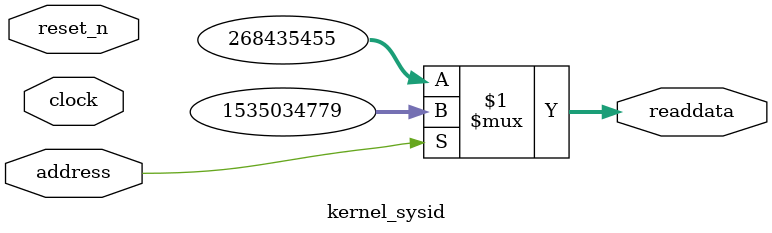
<source format=v>

`timescale 1ns / 1ps
// synthesis translate_on

// turn off superfluous verilog processor warnings 
// altera message_level Level1 
// altera message_off 10034 10035 10036 10037 10230 10240 10030 

module kernel_sysid (
               // inputs:
                address,
                clock,
                reset_n,

               // outputs:
                readdata
             )
;

  output  [ 31: 0] readdata;
  input            address;
  input            clock;
  input            reset_n;

  wire    [ 31: 0] readdata;
  //control_slave, which is an e_avalon_slave
  assign readdata = address ? 1535034779 : 268435455;

endmodule




</source>
